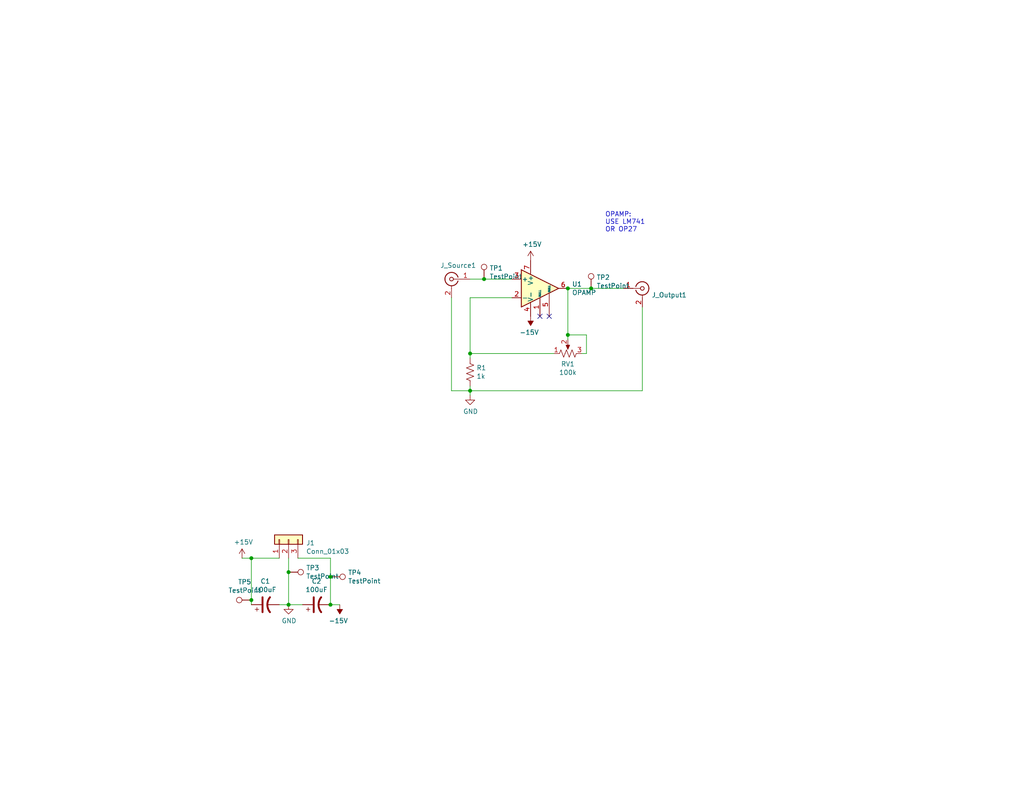
<source format=kicad_sch>
(kicad_sch (version 20230121) (generator eeschema)
  (paper "USLetter")
  (title_block (title "DC Amplifier") (date "2021-02-01") (rev "1.1.0") (company "University of Wisconsin-Madison") (comment 1 "Department of Chemistry") (comment 2 "Goldsmith Group") (comment 3 "Brandon Mehlenbacher") (comment 4 "bmehlenbache@wisc.edu"))
  (lib_symbols
    (symbol "Amplifier_Operational:LM741" (pin_names (offset 0.127))
      (property "Reference" "U" (at 0 6.35 0))
      (property "Value" "LM741" (at 0 3.81 0))
      (symbol "LM741_0_1"
        (polyline (pts (xy -5.08 5.08) (xy 5.08 0) (xy -5.08 -5.08) (xy -5.08 5.08)) (stroke (width 0.254)) (fill (type background)))
      )
      (symbol "LM741_1_1"
        (pin input line (at 0 -7.62 90) (length 5.08) (name "NULL") (number "1"))
        (pin input line (at -7.62 -2.54 0) (length 2.54) (name "-") (number "2"))
        (pin input line (at -7.62 2.54 0) (length 2.54) (name "+") (number "3"))
        (pin power_in line (at -2.54 -7.62 90) (length 3.81) (name "V-") (number "4"))
        (pin input line (at 2.54 -7.62 90) (length 6.35) (name "NULL") (number "5"))
        (pin output line (at 7.62 0 180) (length 2.54) (name "~") (number "6"))
        (pin power_in line (at -2.54 7.62 270) (length 3.81) (name "V+") (number "7"))
        (pin no_connect line (at 0 2.54 270) (length 2.54) hide (name "NC") (number "8"))
      )
    )
    (symbol "Connector:Conn_Coaxial" (pin_names (offset 1.016) hide)
      (property "Reference" "J" (at 0.254 3.048 0))
      (property "Value" "Conn_Coaxial" (at 2.921 0 90))
      (symbol "Conn_Coaxial_0_1"
        (arc (start -1.778 -0.508) (mid 0.2311 -1.8066) (end 1.778 0) (stroke (width 0.254)))
        (polyline (pts (xy -2.54 0) (xy -0.508 0)))
        (polyline (pts (xy 0 -2.54) (xy 0 -1.778)))
        (circle (center 0 0) (radius 0.508) (stroke (width 0.2032)))
        (arc (start 1.778 0) (mid 0.2099 1.8101) (end -1.778 0.508) (stroke (width 0.254)))
      )
      (symbol "Conn_Coaxial_1_1"
        (pin passive line (at -5.08 0 0) (length 2.54) (name "In") (number "1"))
        (pin passive line (at 0 -5.08 90) (length 2.54) (name "Ext") (number "2"))
      )
    )
    (symbol "Connector:TestPoint" (pin_numbers hide) (pin_names (offset 0.762) hide)
      (property "Reference" "TP" (at 0 6.858 0))
      (property "Value" "TestPoint" (at 0 5.08 0))
      (symbol "TestPoint_0_1"
        (circle (center 0 3.302) (radius 0.762))
      )
      (symbol "TestPoint_1_1"
        (pin passive line (at 0 0 90) (length 2.54) (name "1") (number "1"))
      )
    )
    (symbol "Connector_Generic:Conn_01x03" (pin_names (offset 1.016) hide)
      (property "Reference" "J" (at 0 5.08 0))
      (property "Value" "Conn_01x03" (at 0 -5.08 0))
      (symbol "Conn_01x03_1_1"
        (rectangle (start -1.27 -2.413) (end 0 -2.667) (stroke (width 0.1524)))
        (rectangle (start -1.27 0.127) (end 0 -0.127) (stroke (width 0.1524)))
        (rectangle (start -1.27 2.667) (end 0 2.413) (stroke (width 0.1524)))
        (rectangle (start -1.27 3.81) (end 1.27 -3.81) (stroke (width 0.254)) (fill (type background)))
        (pin passive line (at -5.08 2.54 0) (length 3.81) (name "Pin_1") (number "1"))
        (pin passive line (at -5.08 0 0) (length 3.81) (name "Pin_2") (number "2"))
        (pin passive line (at -5.08 -2.54 0) (length 3.81) (name "Pin_3") (number "3"))
      )
    )
    (symbol "DC_Amplifier-rescue:CP1-Device" (pin_numbers hide) (pin_names (offset 0.254) hide)
      (property "Reference" "C" (at 0.635 2.54 0))
      (property "Value" "Device_CP1" (at 0.635 -2.54 0))
      (symbol "CP1-Device_0_1"
        (polyline (pts (xy -2.032 0.762) (xy 2.032 0.762)) (stroke (width 0.508)))
        (polyline (pts (xy -1.778 2.286) (xy -0.762 2.286)))
        (polyline (pts (xy -1.27 1.778) (xy -1.27 2.794)))
        (arc (start 2.032 -1.27) (mid 0 -0.5572) (end -2.032 -1.27) (stroke (width 0.508)))
      )
      (symbol "CP1-Device_1_1"
        (pin passive line (at 0 3.81 270) (length 2.794) (name "~") (number "1"))
        (pin passive line (at 0 -3.81 90) (length 3.302) (name "~") (number "2"))
      )
    )
    (symbol "DC_Amplifier-rescue:R_POT_US-Device" (pin_names (offset 1.016) hide)
      (property "Reference" "RV" (at -4.445 0 90))
      (property "Value" "Device_R_POT_US" (at -2.54 0 90))
      (symbol "R_POT_US-Device_0_1"
        (polyline (pts (xy 0 -2.286) (xy 0 -2.54)))
        (polyline (pts (xy 0 2.54) (xy 0 2.286)))
        (polyline (pts (xy 2.54 0) (xy 1.524 0)))
        (polyline (pts (xy 1.143 0) (xy 2.286 0.508) (xy 2.286 -0.508) (xy 1.143 0)) (fill (type outline)))
        (polyline (pts (xy 0 -0.762) (xy 1.016 -1.143) (xy 0 -1.524) (xy -1.016 -1.905) (xy 0 -2.286)))
        (polyline (pts (xy 0 0.762) (xy 1.016 0.381) (xy 0 0) (xy -1.016 -0.381) (xy 0 -0.762)))
        (polyline (pts (xy 0 2.286) (xy 1.016 1.905) (xy 0 1.524) (xy -1.016 1.143) (xy 0 0.762)))
      )
      (symbol "R_POT_US-Device_1_1"
        (pin passive line (at 0 3.81 270) (length 1.27) (name "1") (number "1"))
        (pin passive line (at 3.81 0 180) (length 1.27) (name "2") (number "2"))
        (pin passive line (at 0 -3.81 90) (length 1.27) (name "3") (number "3"))
      )
    )
    (symbol "Device:R_US" (pin_numbers hide) (pin_names (offset 0))
      (property "Reference" "R" (at 2.54 0 90))
      (property "Value" "R_US" (at -2.54 0 90))
      (symbol "R_US_0_1"
        (polyline (pts (xy 0 -2.286) (xy 0 -2.54)))
        (polyline (pts (xy 0 2.286) (xy 0 2.54)))
        (polyline (pts (xy 0 -0.762) (xy 1.016 -1.143) (xy 0 -1.524) (xy -1.016 -1.905) (xy 0 -2.286)))
        (polyline (pts (xy 0 0.762) (xy 1.016 0.381) (xy 0 0) (xy -1.016 -0.381) (xy 0 -0.762)))
        (polyline (pts (xy 0 2.286) (xy 1.016 1.905) (xy 0 1.524) (xy -1.016 1.143) (xy 0 0.762)))
      )
      (symbol "R_US_1_1"
        (pin passive line (at 0 3.81 270) (length 1.27) (name "~") (number "1"))
        (pin passive line (at 0 -3.81 90) (length 1.27) (name "~") (number "2"))
      )
    )
    (symbol "power:+15V" (power) (pin_names (offset 0))
      (property "Value" "+15V" (at 0 3.556 0))
      (symbol "+15V_0_1"
        (polyline (pts (xy -0.762 1.27) (xy 0 2.54)))
        (polyline (pts (xy 0 0) (xy 0 2.54)))
        (polyline (pts (xy 0 2.54) (xy 0.762 1.27)))
      )
      (symbol "+15V_1_1"
        (pin power_in line (at 0 0 90) (length 0) hide (name "+15V") (number "1"))
      )
    )
    (symbol "power:-15V" (power) (pin_names (offset 0))
      (property "Value" "-15V" (at 0 3.81 0))
      (symbol "-15V_0_0"
        (pin power_in line (at 0 0 90) (length 0) hide (name "-15V") (number "1"))
      )
      (symbol "-15V_0_1"
        (polyline (pts (xy 0 0) (xy 0 1.27) (xy 0.762 1.27) (xy 0 2.54) (xy -0.762 1.27) (xy 0 1.27)) (fill (type outline)))
      )
    )
    (symbol "power:GND" (power) (pin_names (offset 0))
      (property "Value" "GND" (at 0 -3.81 0))
      (symbol "GND_0_1"
        (polyline (pts (xy 0 0) (xy 0 -1.27) (xy 1.27 -1.27) (xy 0 -2.54) (xy -1.27 -1.27) (xy 0 -1.27)))
      )
      (symbol "GND_1_1"
        (pin power_in line (at 0 0 270) (length 0) hide (name "GND") (number "1"))
      )
    )
  )
  (junction (at 132.08 76.2))
  (junction (at 90.17 165.1))
  (junction (at 154.94 78.74))
  (junction (at 68.58 163.83))
  (junction (at 128.27 106.68))
  (junction (at 68.58 152.4))
  (junction (at 78.74 165.1))
  (junction (at 78.74 156.21))
  (junction (at 128.27 96.52))
  (junction (at 154.94 91.44))
  (junction (at 161.29 78.74))
  (junction (at 90.17 157.48))
  (no_connect (at 149.86 86.36))
  (no_connect (at 147.32 86.36))
  (wire (pts (xy 139.7 76.2) (xy 132.08 76.2)))
  (wire (pts (xy 123.19 81.28) (xy 123.19 106.68)))
  (wire (pts (xy 154.94 91.44) (xy 154.94 78.74)))
  (wire (pts (xy 81.28 152.4) (xy 90.17 152.4)))
  (wire (pts (xy 128.27 96.52) (xy 128.27 97.79)))
  (wire (pts (xy 68.58 163.83) (xy 68.58 165.1)))
  (wire (pts (xy 123.19 106.68) (xy 128.27 106.68)))
  (wire (pts (xy 90.17 152.4) (xy 90.17 157.48)))
  (wire (pts (xy 160.02 96.52) (xy 160.02 91.44)))
  (wire (pts (xy 161.29 78.74) (xy 154.94 78.74)))
  (wire (pts (xy 92.71 165.1) (xy 90.17 165.1)))
  (wire (pts (xy 160.02 91.44) (xy 154.94 91.44)))
  (wire (pts (xy 82.55 165.1) (xy 78.74 165.1)))
  (wire (pts (xy 78.74 152.4) (xy 78.74 156.21)))
  (wire (pts (xy 78.74 156.21) (xy 78.74 165.1)))
  (wire (pts (xy 78.74 165.1) (xy 76.2 165.1)))
  (wire (pts (xy 68.58 152.4) (xy 66.04 152.4)))
  (wire (pts (xy 151.13 96.52) (xy 128.27 96.52)))
  (wire (pts (xy 175.26 83.82) (xy 175.26 106.68)))
  (wire (pts (xy 132.08 76.2) (xy 128.27 76.2)))
  (wire (pts (xy 158.75 96.52) (xy 160.02 96.52)))
  (wire (pts (xy 170.18 78.74) (xy 161.29 78.74)))
  (wire (pts (xy 154.94 92.71) (xy 154.94 91.44)))
  (wire (pts (xy 128.27 81.28) (xy 128.27 96.52)))
  (wire (pts (xy 139.7 81.28) (xy 128.27 81.28)))
  (wire (pts (xy 68.58 152.4) (xy 68.58 163.83)))
  (wire (pts (xy 128.27 105.41) (xy 128.27 106.68)))
  (wire (pts (xy 175.26 106.68) (xy 128.27 106.68)))
  (wire (pts (xy 90.17 157.48) (xy 90.17 165.1)))
  (wire (pts (xy 128.27 106.68) (xy 128.27 107.95)))
  (wire (pts (xy 76.2 152.4) (xy 68.58 152.4)))
  (text "OPAMP:\nUSE LM741\nOR OP27" (at 165.1 63.5 0) (effects (font (size 1.27 1.27)) (justify left bottom)))
  (symbol (lib_id "Amplifier_Operational:LM741") (at 147.32 78.74 0) (unit 1)
    (property "Reference" "U1" (at 156.0576 77.5716 0) (effects (justify left)))
    (property "Value" "OPAMP" (at 156.0576 79.883 0) (effects (justify left)))
    (property "Footprint" "Package_DIP:DIP-8_W7.62mm_LongPads" (effects hide))
  )
  (symbol (lib_id "Device:R_US") (at 128.27 101.6 0) (unit 1)
    (property "Reference" "R1" (at 129.9972 100.4316 0) (effects (justify left)))
    (property "Value" "1k" (at 129.9972 102.743 0) (effects (justify left)))
    (property "Footprint" "Resistor_SMD:R_1206_3216Metric_Pad1.30x1.75mm_HandSolder" (effects hide))
  )
  (symbol (lib_id "power:GND") (at 128.27 107.95 0) (unit 1)
    (property "Reference" "#PWR0103" (effects hide))
    (property "Value" "GND" (at 128.397 112.3442 0))
  )
  (symbol (lib_id "Connector:Conn_Coaxial") (at 123.19 76.2 0) (mirror y) (unit 1)
    (property "Reference" "J_Source1" (at 125.0188 72.4662 0))
    (property "Value" "Conn_Coaxial" (effects hide))
    (property "Footprint" "0732512120:0732512120" (effects hide))
    (property "Datasheet" " ~" (effects hide))
  )
  (symbol (lib_id "Connector:Conn_Coaxial") (at 175.26 78.74 0) (unit 1)
    (property "Reference" "J_Output1" (at 177.8 80.5434 0) (effects (justify left)))
    (property "Value" "Conn_Coaxial" (effects hide))
    (property "Footprint" "0732512120:0732512120" (effects hide))
    (property "Datasheet" " ~" (effects hide))
  )
  (symbol (lib_id "Connector_Generic:Conn_01x03") (at 78.74 147.32 90) (unit 1)
    (property "Reference" "J1" (at 83.5152 148.2344 90) (effects (justify right)))
    (property "Value" "Conn_01x03" (at 83.5152 150.5458 90) (effects (justify right)))
    (property "Footprint" "Connector_Molex:Molex_KK-254_AE-6410-03A_1x03_P2.54mm_Vertical" (effects hide))
  )
  (symbol (lib_id "DC_Amplifier-rescue:CP1-Device") (at 72.39 165.1 90) (unit 1)
    (property "Reference" "C1" (at 72.39 158.6992 90))
    (property "Value" "100uF" (at 72.39 161.0106 90))
    (property "Footprint" "Capacitor_SMD:C_1206_3216Metric_Pad1.33x1.80mm_HandSolder" (effects hide))
  )
  (symbol (lib_id "DC_Amplifier-rescue:CP1-Device") (at 86.36 165.1 90) (unit 1)
    (property "Reference" "C2" (at 86.36 158.6992 90))
    (property "Value" "100uF" (at 86.36 161.0106 90))
    (property "Footprint" "Capacitor_SMD:C_1206_3216Metric_Pad1.33x1.80mm_HandSolder" (effects hide))
  )
  (symbol (lib_id "power:GND") (at 78.74 165.1 0) (unit 1)
    (property "Reference" "#PWR02" (effects hide))
    (property "Value" "GND" (at 78.867 169.4942 0))
  )
  (symbol (lib_id "power:+15V") (at 66.04 152.4 0) (unit 1)
    (property "Reference" "#PWR01" (effects hide))
    (property "Value" "+15V" (at 66.421 148.0058 0))
  )
  (symbol (lib_id "power:-15V") (at 92.71 165.1 180) (unit 1)
    (property "Reference" "#PWR03" (effects hide))
    (property "Value" "-15V" (at 92.329 169.4942 0))
  )
  (symbol (lib_id "DC_Amplifier-rescue:R_POT_US-Device") (at 154.94 96.52 90) (unit 1)
    (property "Reference" "RV1" (at 154.94 99.3902 90))
    (property "Value" "100k" (at 154.94 101.7016 90))
    (property "Footprint" "Potentiometer_THT:Potentiometer_Bourns_3296W_Vertical" (effects hide))
  )
  (symbol (lib_id "power:+15V") (at 144.78 71.12 0) (unit 1)
    (property "Reference" "#PWR04" (effects hide))
    (property "Value" "+15V" (at 145.161 66.7258 0))
  )
  (symbol (lib_id "power:-15V") (at 144.78 86.36 180) (unit 1)
    (property "Reference" "#PWR05" (effects hide))
    (property "Value" "-15V" (at 144.399 90.7542 0))
  )
  (symbol (lib_id "Connector:TestPoint") (at 68.58 163.83 90) (unit 1)
    (property "Reference" "TP5" (at 66.7512 158.877 90))
    (property "Value" "TestPoint" (at 66.7512 161.1884 90))
    (property "Footprint" "TestPoint:TestPoint_THTPad_D3.0mm_Drill1.5mm" (effects hide))
  )
  (symbol (lib_id "Connector:TestPoint") (at 90.17 157.48 270) (unit 1)
    (property "Reference" "TP4" (at 94.9452 156.3116 90) (effects (justify left)))
    (property "Value" "TestPoint" (at 94.9452 158.623 90) (effects (justify left)))
    (property "Footprint" "TestPoint:TestPoint_THTPad_D3.0mm_Drill1.5mm" (effects hide))
  )
  (symbol (lib_id "Connector:TestPoint") (at 78.74 156.21 270) (unit 1)
    (property "Reference" "TP3" (at 83.5152 155.0416 90) (effects (justify left)))
    (property "Value" "TestPoint" (at 83.5152 157.353 90) (effects (justify left)))
    (property "Footprint" "TestPoint:TestPoint_THTPad_D3.0mm_Drill1.5mm" (effects hide))
  )
  (symbol (lib_id "Connector:TestPoint") (at 132.08 76.2 0) (unit 1)
    (property "Reference" "TP1" (at 133.5532 73.2028 0) (effects (justify left)))
    (property "Value" "TestPoint" (at 133.5532 75.5142 0) (effects (justify left)))
    (property "Footprint" "TestPoint:TestPoint_THTPad_D3.0mm_Drill1.5mm" (effects hide))
  )
  (symbol (lib_id "Connector:TestPoint") (at 161.29 78.74 0) (unit 1)
    (property "Reference" "TP2" (at 162.7632 75.7428 0) (effects (justify left)))
    (property "Value" "TestPoint" (at 162.7632 78.0542 0) (effects (justify left)))
    (property "Footprint" "TestPoint:TestPoint_THTPad_D3.0mm_Drill1.5mm" (effects hide))
  )
)
</source>
